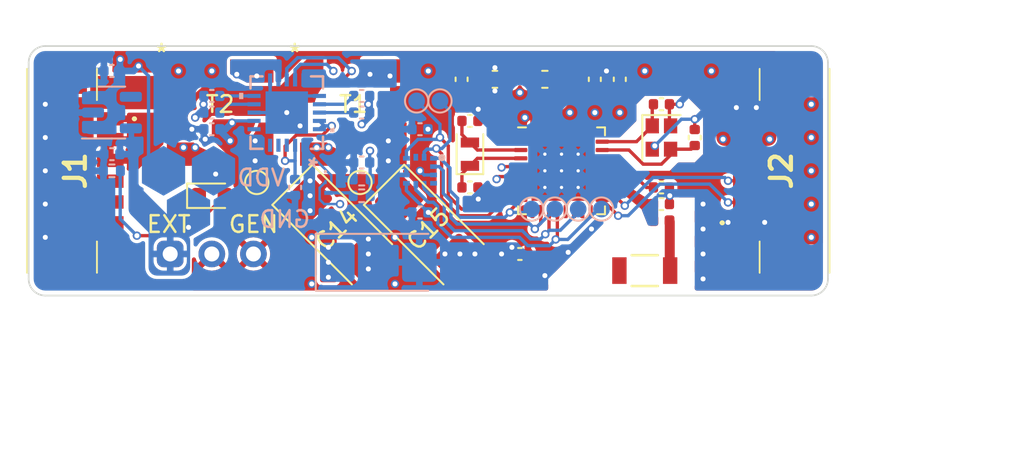
<source format=kicad_pcb>
(kicad_pcb (version 20221018) (generator pcbnew)
  (layers (0 "F.Cu" signal) (1 "In1.Cu" signal) (2 "In2.Cu" signal) (31 "B.Cu" signal) (34 "B.Paste" user) (35 "F.Paste" user) (36 "B.SilkS" user "B.Silkscreen") (37 "F.SilkS" user "F.Silkscreen") (38 "B.Mask" user) (39 "F.Mask" user) (44 "Edge.Cuts" user))
  (net 0 "")
  (net 1 "/IMU_MISO")
  (net 2 "/IMU_MOSI")
  (net 3 "VDD")
  (net 5 "/IMU_INT1")
  (net 6 "/IMU_INT2")
  (net 7 "GND")
  (net 8 "/~{IMU_CS}")
  (net 10 "/IMU_SCK")
  (net 11 "/ANT")
  (net 12 "/LTC_VAUX")
  (net 13 "/VDD_Gen")
  (net 14 "Net-(C6-Pad1)")
  (net 15 "/LTC_C1A")
  (net 16 "/LTC_C2A")
  (net 17 "/XC1")
  (net 18 "/XL1")
  (net 19 "/XC2")
  (net 20 "/XL2")
  (net 21 "Net-(C12-Pad1)")
  (net 22 "/LTC_C1B")
  (net 23 "/LTC_C2B")
  (net 24 "/V_STORE")
  (net 25 "/V_STORE_DIV")
  (net 26 "/DEC1")
  (net 27 "/DEC3")
  (net 28 "/DEC4")
  (net 29 "+3V3")
  (net 30 "/VDD_Ext")
  (net 31 "Net-(D1-K)")
  (net 32 "/+V_Stator")
  (net 33 "/-V_Stator")
  (net 36 "/SWDCLK")
  (net 37 "/SWDIO")
  (net 40 "Net-(L1-Pad2)")
  (net 41 "/DCC")
  (net 42 "Net-(L2-Pad2)")
  (net 43 "/DIV_EN")
  (net 44 "Net-(Q1-D)")
  (net 45 "/LTC_SWA")
  (net 46 "/LTC_SWB")
  (footprint "E-Tattoo_Parts:74488540070" (layer "F.Cu") (at 188.5 51.5)
    (fp_text reference "T2")
    (fp_text value "1:100")
  )
  (footprint "Capacitor_SMD:C_0402_1005Metric" (layer "F.Cu") (at 211 49.5 90)
    (fp_text reference "C23" hide)
    (fp_text value "1uF")
  )
  (footprint "Crystal:Crystal_SMD_2012-2Pin_2.0x1.2mm" (layer "F.Cu") (at 203.5 54 90)
    (fp_text reference "X2" hide)
    (fp_text value "32.768kHz")
  )
  (footprint "Package_DFN_QFN:QFN-32-1EP_5x5mm_P0.5mm_EP3.6x3.6mm_ThermalVias" (layer "F.Cu") (at 209 55)
    (fp_text reference "U3" hide)
    (fp_text value "nRF52811-QCxx")
  )
  (footprint "Capacitor_SMD:C_0402_1005Metric" (layer "F.Cu") (at 215 51 180)
    (fp_text reference "C10" hide)
    (fp_text value "12pF")
  )
  (footprint "TestPoint:TestPoint_Pad_D1.0mm" (layer "F.Cu") (at 196.9 55.7)
    (fp_text reference "TP7" hide)
    (fp_text value "VCAP")
  )
  (footprint "Capacitor_Tantalum_SMD:CP_EIA-6032-28_Kemet-C" (layer "F.Cu") (at 195.5 58.5 -45)
    (fp_text reference "C14")
    (fp_text value "100uF")
  )
  (footprint "Inductor_SMD:L_0402_1005Metric" (layer "F.Cu") (at 210 49.5 -90)
    (fp_text reference "L3" hide)
    (fp_text value "15nH")
  )
  (footprint "Capacitor_SMD:C_0402_1005Metric" (layer "F.Cu") (at 203.5 56 180)
    (fp_text reference "C11" hide)
    (fp_text value "12pF")
  )
  (footprint "E-Tattoo_Parts:SLW-913535-2A-RA-D" (layer "F.Cu") (at 188 60)
    (fp_text reference "SW1" hide)
    (fp_text value "SLW-913535-2A-RA-D")
  )
  (footprint "Capacitor_SMD:C_0402_1005Metric" (layer "F.Cu") (at 203 49.5 90)
    (fp_text reference "C21" hide)
    (fp_text value "100nF")
  )
  (footprint "Inductor_SMD:L_0603_1608Metric" (layer "F.Cu") (at 208 49.5)
    (fp_text reference "L2" hide)
    (fp_text value "10uH")
  )
  (footprint "Capacitor_SMD:C_0603_1608Metric" (layer "F.Cu") (at 205 49.5 180)
    (fp_text reference "C17" hide)
    (fp_text value "4.7uF")
  )
  (footprint "E-Tattoo_Parts:74488540070" (layer "F.Cu") (at 196.5 51.5)
    (fp_text reference "T1")
    (fp_text value "1:100")
  )
  (footprint "Capacitor_SMD:C_0402_1005Metric" (layer "F.Cu") (at 206.5 60 180)
    (fp_text reference "C18" hide)
    (fp_text value "100nF")
  )
  (footprint "Capacitor_Tantalum_SMD:CP_EIA-6032-28_Kemet-C" (layer "F.Cu") (at 201 58.5 -45)
    (fp_text reference "C15")
    (fp_text value "?")
  )
  (footprint "TestPoint:TestPoint_Pad_D1.0mm" (layer "F.Cu") (at 190.7 55.7)
    (fp_text reference "TP8" hide)
    (fp_text value "2V2_Gen")
  )
  (footprint "LED_SMD:LED_0603_1608Metric" (layer "F.Cu") (at 188 56.5)
    (fp_text reference "D1" hide)
    (fp_text value "LO Q976.01-P2R2-25-1")
  )
  (footprint "E-Tattoo_Parts:532610671" (layer "F.Cu") (at 179 55 -90)
    (fp_text reference "J1")
    (fp_text value "53261-0671" hide)
  )
  (footprint "Capacitor_SMD:C_0402_1005Metric" (layer "F.Cu") (at 203.5 52 180)
    (fp_text reference "C9" hide)
    (fp_text value "12pF")
  )
  (footprint "Capacitor_SMD:C_0402_1005Metric" (layer "F.Cu") (at 217 53 -90)
    (fp_text reference "C8" hide)
    (fp_text value "12pF")
  )
  (footprint "Inductor_SMD:L_0402_1005Metric" (layer "F.Cu") (at 215 58)
    (fp_text reference "L1" hide)
    (fp_text value "3.9nH")
  )
  (footprint "E-Tattoo_Parts:532610671" (layer "F.Cu") (at 223 55 90)
    (fp_text reference "J2")
    (fp_text value "53261-0671" hide)
  )
  (footprint "Capacitor_SMD:C_0402_1005Metric" (layer "F.Cu") (at 212.5 49.5 90)
    (fp_text reference "C19" hide)
    (fp_text value "100nF")
  )
  (footprint "Capacitor_SMD:C_0402_1005Metric" (layer "F.Cu") (at 215 56)
    (fp_text reference "C22" hide)
    (fp_text value "100pF")
  )
  (footprint "Capacitor_SMD:C_0402_1005Metric" (layer "F.Cu") (at 215 57)
    (fp_text reference "C3" hide)
    (fp_text value "0.8pF")
  )
  (footprint "Crystal:Crystal_SMD_2016-4Pin_2.0x1.6mm" (layer "F.Cu") (at 215 53 -90)
    (fp_text reference "X1" hide)
    (fp_text value "32MHz")
  )
  (footprint "E-Tattoo_Parts:2450AT18A100E_JOT" (layer "F.Cu") (at 214 61 180)
    (fp_text reference "U2" hide)
    (fp_text value "2450AT18A100E")
  )
  (footprint "TestPoint:TestPoint_Pad_D1.0mm" (layer "B.Cu") (at 200.3 50.8 -90)
    (fp_text reference "TP9" hide)
    (fp_text value "CS")
  )
  (footprint "E-Tattoo_Parts:Testpoint_Hex_D3.0" (layer "B.Cu") (at 188.1 55 180)
    (fp_text reference "TP3" hide)
    (fp_text value "VDD")
  )
  (footprint "E-Tattoo_Parts:Testpoint_Hex_D3.0" (layer "B.Cu") (at 185.1 55 180)
    (fp_text reference "TP1" hide)
    (fp_text value "3V3Ext")
  )
  (footprint "E-Tattoo_Parts:CSD23381F4" (layer "B.Cu") (at 195 56 -90)
    (fp_text reference "Q1" hide)
    (fp_text value "CSD23381F4" hide)
  )
  (footprint "Resistor_SMD:R_0402_1005Metric" (layer "B.Cu") (at 197 55.5 180)
    (fp_text reference "R2" hide)
    (fp_text value "5M")
  )
  (footprint "Capacitor_SMD:C_0402_1005Metric" (layer "B.Cu") (at 200.5 57.5 180)
    (fp_text reference "C1" hide)
    (fp_text value "100nF")
  )
  (footprint "Capacitor_SMD:C_0402_1005Metric" (layer "B.Cu") (at 197 50.5 180)
    (fp_text reference "C7" hide)
    (fp_text value "470pF")
  )
  (footprint "Capacitor_SMD:C_0402_1005Metric" (layer "B.Cu") (at 197 54.5 180)
    (fp_text reference "C20" hide)
    (fp_text value "10nF")
  )
  (footprint "Capacitor_SMD:C_0402_1005Metric" (layer "B.Cu") (at 200.5 52.5 180)
    (fp_text reference "C2" hide)
    (fp_text value "100nF")
  )
  (footprint "TestPoint:TestPoint_Pad_D1.0mm" (layer "B.Cu") (at 211.4 57.3 90)
    (fp_text reference "TP14" hide)
    (fp_text value "INT2")
  )
  (footprint "Capacitor_SMD:C_0402_1005Metric" (layer "B.Cu") (at 188 50.5)
    (fp_text reference "C13" hide)
    (fp_text value "470pF")
  )
  (footprint "Package_TO_SOT_SMD:SOT-23-5" (layer "B.Cu") (at 182 51.5)
    (fp_text reference "U4" hide)
    (fp_text value "TPS7A0222PDBVR")
  )
  (footprint "Capacitor_SMD:C_0402_1005Metric" (layer "B.Cu") (at 197 51.5 180)
    (fp_text reference "C6" hide)
    (fp_text value "1nF")
  )
  (footprint "Capacitor_Tantalum_SMD:CP_EIA-6032-28_Kemet-C" (layer "B.Cu") (at 198 60.5)
    (fp_text reference "C16" hide)
    (fp_text value "?")
  )
  (footprint "TestPoint:TestPoint_Pad_D1.0mm" (layer "B.Cu") (at 210 57.3 90)
    (fp_text reference "TP13" hide)
    (fp_text value "INT1")
  )
  (footprint "E-Tattoo_Parts:Testpoint_Hex_D3.0" (layer "B.Cu") (at 186.6 57.5 180)
    (fp_text reference "TP2" hide)
    (fp_text value "2V2Ext")
  )
  (footprint "TestPoint:TestPoint_Pad_D1.0mm" (layer "B.Cu") (at 201.7 50.8 -90)
    (fp_text reference "TP10" hide)
    (fp_text value "SCK")
  )
  (footprint "E-Tattoo_Parts:QFN-20_UF_LIT" (layer "B.Cu") (at 192.5 51.5 90)
    (fp_text reference "U1" hide)
    (fp_text value "LTC3109EUF-PBF")
  )
  (footprint "TestPoint:TestPoint_Pad_D1.0mm" (layer "B.Cu") (at 207.2 57.3 -90)
    (fp_text reference "TP11" hide)
    (fp_text value "MISO")
  )
  (footprint "Capacitor_SMD:C_0402_1005Metric" (layer "B.Cu") (at 188 52.5 180)
    (fp_text reference "C5" hide)
    (fp_text value "2.2uF")
  )
  (footprint "Capacitor_SMD:C_0402_1005Metric" (layer "B.Cu") (at 182 49 180)
    (fp_text reference "C24" hide)
    (fp_text value "1uF")
  )
  (footprint "E-Tattoo_Parts:BOSCH_LGA-12" (layer "B.Cu") (at 200.5 55 180)
    (fp_text reference "AC1" hide)
    (fp_text value "BMA400" hide)
  )
  (footprint "Resistor_SMD:R_0402_1005Metric" (layer "B.Cu") (at 182 55 180)
    (fp_text reference "R3" hide)
    (fp_text value "10")
  )
  (footprint "Resistor_SMD:R_0402_1005Metric" (layer "B.Cu") (at 197 56.5 180)
    (fp_text reference "R1" hide)
    (fp_text value "10M")
  )
  (footprint "E-Tattoo_Parts:Testpoint_Hex_D3.0" (layer "B.Cu") (at 189.6 57.5 180)
    (fp_text reference "TP4" hide)
    (fp_text value "GND")
  )
  (footprint "Capacitor_SMD:C_0402_1005Metric" (layer "B.Cu") (at 188 51.5)
    (fp_text reference "C12" hide)
    (fp_text value "1nF")
  )
  (footprint "Capacitor_SMD:C_0402_1005Metric" (layer "B.Cu") (at 193 56 -90)
    (fp_text reference "C4" hide)
    (fp_text value "1uF")
  )
  (footprint "Capacitor_SMD:C_0402_1005Metric" (layer "B.Cu") (at 182 54 180)
    (fp_text reference "C25" hide)
    (fp_text value "1uF")
  )
  (footprint "TestPoint:TestPoint_Pad_D1.0mm" (layer "B.Cu") (at 208.6 57.3 90)
    (fp_text reference "TP12" hide)
    (fp_text value "MOSI")
  )
  (gr_line (start 224.000001 62.499999) (end 178.000001 62.499999) (stroke (width 0.1)) (layer "Edge.Cuts"))
  (gr_line (start 178 47.5) (end 224 47.5) (stroke (width 0.1)) (layer "Edge.Cuts"))
  (gr_arc (start 177 48.5) (mid 177.292893 47.792893) (end 178 47.5) (stroke (width 0.1)) (layer "Edge.Cuts"))
  (gr_arc (start 224 47.5) (mid 224.707107 47.792893) (end 225 48.5) (stroke (width 0.1)) (layer "Edge.Cuts"))
  (gr_line (start 177 48.5) (end 177.000001 61.499999) (stroke (width 0.1)) (layer "Edge.Cuts"))
  (gr_arc (start 178.000001 62.499999) (mid 177.292894 62.207106) (end 177.000001 61.499999) (stroke (width 0.1)) (layer "Edge.Cuts"))
  (gr_line (start 225.000001 61.499999) (end 225 48.5) (stroke (width 0.1)) (layer "Edge.Cuts"))
  (gr_arc (start 225.000001 61.499999) (mid 224.707108 62.207106) (end 224.000001 62.499999) (stroke (width 0.1)) (layer "Edge.Cuts"))
  (gr_text "VDD" (at 192.5 56) (layer "B.SilkS") (effects (font (size 1 1)) (justify left bottom mirror)))
  (gr_text "GND" (at 194 58.5) (layer "B.SilkS") (effects (font (size 1 1)) (justify left bottom mirror)))
  (gr_text "GEN" (at 190.5 58.8) (layer "F.SilkS") (effects (font (size 1 1)) (justify bottom)))
  (gr_text "EXT" (at 184 58.8) (layer "F.SilkS") (effects (font (size 1 1)) (justify left bottom)))
  (segment (start 205.9 57.4) (end 206.55 56.75) (width 0.2) (layer "F.Cu") (net 1))
  (segment (start 205.9 57.5) (end 205.9 57.4) (width 0.2) (layer "F.Cu") (net 1))
  (via (at 205.9 57.5) (size 0.5) (drill 0.3) (layers "F.Cu" "B.Cu") (net 1))
  (segment (start 205.9 57.5) (end 205.6 57.8) (width 0.2) (layer "B.Cu") (net 1))
  (segment (start 201.715686 54.25) (end 201.315 54.25) (width 0.2) (layer "B.Cu") (net 1))
  (segment (start 202.3 54.834314) (end 201.715686 54.25) (width 0.2) (layer "B.Cu") (net 1))
  (segment (start 205.9 57.5) (end 207 57.5) (width 0.2) (layer "B.Cu") (net 1))
  (segment (start 202.3 56.19069) (end 202.3 54.834314) (width 0.2) (layer "B.Cu") (net 1))
  (segment (start 202.76 57.662942) (end 202.76 56.650691) (width 0.2) (layer "B.Cu") (net 1))
  (segment (start 202.897058 57.8) (end 202.76 57.662942) (width 0.2) (layer "B.Cu") (net 1))
  (segment (start 205.6 57.8) (end 202.897058 57.8) (width 0.2) (layer "B.Cu") (net 1))
  (segment (start 207 57.5) (end 207.2 57.3) (width 0.2) (layer "B.Cu") (net 1))
  (segment (start 202.76 56.650691) (end 202.3 56.19069) (width 0.2) (layer "B.Cu") (net 1))
  (segment (start 207.75 58.15) (end 207.4 58.5) (width 0.2) (layer "F.Cu") (net 2))
  (segment (start 207.75 57.45) (end 207.75 58.15) (width 0.2) (layer "F.Cu") (net 2))
  (via (at 207.4 58.5) (size 0.5) (drill 0.3) (layers "F.Cu" "B.Cu") (net 2))
  (segment (start 202.36 57.828628) (end 202.731372 58.2) (width 0.2) (layer "B.Cu") (net 2))
  (segment (start 201.315 54.75) (end 201.65 54.75) (width 0.2) (layer "B.Cu") (net 2))
  (segment (start 202.731372 58.2) (end 207.1 58.2) (width 0.2) (layer "B.Cu") (net 2))
  (segment (start 202.36 56.816376) (end 202.36 57.828628) (width 0.2) (layer "B.Cu") (net 2))
  (segment (start 201.9 56.356375) (end 202.36 56.816376) (width 0.2) (layer "B.Cu") (net 2))
  (segment (start 201.9 55) (end 201.9 56.356375) (width 0.2) (layer "B.Cu") (net 2))
  (segment (start 201.65 54.75) (end 201.9 55) (width 0.2) (layer "B.Cu") (net 2))
  (segment (start 207.4 58.5) (end 208.6 57.3) (width 0.2) (layer "B.Cu") (net 2))
  (segment (start 207.1 58.2) (end 207.4 58.5) (width 0.2) (layer "B.Cu") (net 2))
  (via (at 194 59) (size 0.5) (drill 0.3) (layers "F.Cu" "B.Cu") (net 3))
  (via (at 201 57.5) (size 0.5) (drill 0.3) (layers "F.Cu" "B.Cu") (net 3))
  (via (at 212.5 51.5) (size 0.5) (drill 0.3) (layers "F.Cu" "B.Cu") (net 3))
  (via (at 200.5 55) (size 0.5) (drill 0.3) (layers "F.Cu" "B.Cu") (net 3))
  (via (at 194 61.8) (size 0.5) (drill 0.3) (layers "F.Cu" "B.Cu") (net 3))
  (via (at 199 59) (size 0.5) (drill 0.3) (layers "F.Cu" "B.Cu") (net 3))
  (via (at 200.98 52.5) (size 0.5) (drill 0.3) (layers "F.Cu" "B.Cu") (net 3))
  (via (at 211 51.5) (size 0.5) (drill 0.3) (layers "F.Cu" "B.Cu") (net 3))
  (via (at 224 57) (size 0.5) (drill 0.3) (layers "F.Cu" "B.Cu") (net 3))
  (via (at 224 55) (size 0.5) (drill 0.3) (layers "F.Cu" "B.Cu") (net 3))
  (via (at 224 59) (size 0.5) (drill 0.3) (layers "F.Cu" "B.Cu") (net 3))
  (via (at 206.8 51.8) (size 0.5) (drill 0.3) (layers "F.Cu" "B.Cu") (net 3))
  (via (at 188.230053 55.197198) (size 0.5) (drill 0.3) (layers "F.Cu" "B.Cu") (net 3))
  (via (at 224 51) (size 0.5) (drill 0.3) (layers "F.Cu" "B.Cu") (net 3))
  (via (at 224 53) (size 0.5) (drill 0.3) (layers "F.Cu" "B.Cu") (net 3))
  (via (at 209.5 51.5) (size 0.5) (drill 0.3) (layers "F.Cu" "B.Cu") (net 3))
  (via (at 206.5 50.3) (size 0.5) (drill 0.3) (layers "F.Cu" "B.Cu") (net 3))
  (via (at 199 61.8) (size 0.5) (drill 0.3) (layers "F.Cu" "B.Cu") (net 3))
  (segment (start 200.98 57.49) (end 201 57.5) (width 0.2) (layer "B.Cu") (net 3))
  (segment (start 201.315 55.25) (end 200.75 55.25) (width 0.2) (layer "B.Cu") (net 3))
  (segment (start 199.685 56.195) (end 200.98 57.49) (width 0.2) (layer "B.Cu") (net 3))
  (segment (start 199.685 55.75) (end 199.685 56.195) (width 0.2) (layer "B.Cu") (net 3))
  (segment (start 200.75 55.25) (end 200.5 55) (width 0.2) (layer "B.Cu") (net 3))
  (segment (start 201 57.5) (end 200.98 57.5) (width 0.2) (layer "B.Cu") (net 3))
  (segment (start 208.25 57.45) (end 208.25 58.588481) (width 0.2) (layer "F.Cu") (net 5))
  (segment (start 208.25 58.588481) (end 208.025654 58.812827) (width 0.2) (layer "F.Cu") (net 5))
  (via (at 208.025654 58.812827) (size 0.5) (drill 0.3) (layers "F.Cu" "B.Cu") (net 5))
  (segment (start 207.738481 59.1) (end 208.025654 58.812827) (width 0.2) (layer "B.Cu") (net 5))
  (segment (start 208.924346 58.575654) (end 210 57.5) (width 0.2) (layer "B.Cu") (net 5))
  (segment (start 210 57.5) (end 210 57.3) (width 0.2) (layer "B.Cu") (net 5))
  (segment (start 201.46794 56.49) (end 201.96 56.982061) (width 0.2) (layer "B.Cu") (net 5))
  (segment (start 200.75 55.815) (end 200.75 56.084314) (width 0.2) (layer "B.Cu") (net 5))
  (segment (start 201.96 56.982061) (end 201.96 57.994314) (width 0.2) (layer "B.Cu") (net 5))
  (segment (start 208.025654 58.812827) (end 208.262827 58.575654) (width 0.2) (layer "B.Cu") (net 5))
  (segment (start 201.155686 56.49) (end 201.46794 56.49) (width 0.2) (layer "B.Cu") (net 5))
  (segment (start 201.96 57.994314) (end 202.565686 58.6) (width 0.2) (layer "B.Cu") (net 5))
  (segment (start 202.565686 58.6) (end 206.643503 58.6) (width 0.2) (layer "B.Cu") (net 5))
  (segment (start 207.143504 59.1) (end 207.738481 59.1) (width 0.2) (layer "B.Cu") (net 5))
  (segment (start 208.262827 58.575654) (end 208.924346 58.575654) (width 0.2) (layer "B.Cu") (net 5))
  (segment (start 200.75 56.084314) (end 201.155686 56.49) (width 0.2) (layer "B.Cu") (net 5))
  (segment (start 206.643503 58.6) (end 207.143504 59.1) (width 0.2) (layer "B.Cu") (net 5))
  (segment (start 208.75 57.45) (end 208.75 59.026962) (width 0.2) (layer "F.Cu") (net 6))
  (segment (start 208.75 59.026962) (end 208.651308 59.125654) (width 0.2) (layer "F.Cu") (net 6))
  (via (at 208.651308 59.125654) (size 0.5) (drill 0.3) (layers "F.Cu" "B.Cu") (net 6))
  (segment (start 211.2 57.3) (end 211.4 57.3) (width 0.2) (layer "B.Cu") (net 6))
  (segment (start 200.25 56.15) (end 200.99 56.89) (width 0.2) (layer "B.Cu") (net 6))
  (segment (start 200.99 56.89) (end 201.302254 56.89) (width 0.2) (layer "B.Cu") (net 6))
  (segment (start 201.56 58.16) (end 202.4 59) (width 0.2) (layer "B.Cu") (net 6))
  (segment (start 201.56 57.147746) (end 201.56 58.16) (width 0.2) (layer "B.Cu") (net 6))
  (segment (start 208.276962 59.5) (end 208.651308 59.125654) (width 0.2) (layer "B.Cu") (net 6))
  (segment (start 202.4 59) (end 206.477818 59) (width 0.2) (layer "B.Cu") (net 6))
  (segment (start 209.374346 59.125654) (end 211.2 57.3) (width 0.2) (layer "B.Cu") (net 6))
  (segment (start 206.477818 59) (end 206.977818 59.5) (width 0.2) (layer "B.Cu") (net 6))
  (segment (start 201.302254 56.89) (end 201.56 57.147746) (width 0.2) (layer "B.Cu") (net 6))
  (segment (start 200.25 55.815) (end 200.25 56.15) (width 0.2) (layer "B.Cu") (net 6))
  (segment (start 208.651308 59.125654) (end 209.374346 59.125654) (width 0.2) (layer "B.Cu") (net 6))
  (segment (start 206.977818 59.5) (end 208.276962 59.5) (width 0.2) (layer "B.Cu") (net 6))
  (segment (start 203.98 56.68) (end 204 56.7) (width 0.2) (layer "F.Cu") (net 7))
  (segment (start 211.72 49.02) (end 211.7 49) (width 0.4) (layer "F.Cu") (net 7))
  (segment (start 203 49.02) (end 203.745 49.02) (width 0.4) (layer "F.Cu") (net 7))
  (segment (start 211.45 55.25) (end 210.25 55.25) (width 0.2) (layer "F.Cu") (net 7))
  (segment (start 217 52.52) (end 217 51.9) (width 0.2) (layer "F.Cu") (net 7))
  (segment (start 221.175 58.125) (end 221.2 58.1) (width 0.4) (layer "F.Cu") (net 7))
  (segment (start 215.48 56.52) (end 215.5 56.5) (width 0.4) (layer "F.Cu") (net 7))
  (segment (start 210.25 55.25) (end 210 55) (width 0.2) (layer "F.Cu") (net 7))
  (segment (start 203.745 49.02) (end 204.225 49.5) (width 0.4) (layer "F.Cu") (net 7))
  (segment (start 220.1 58.125) (end 221.175 58.125) (width 0.4) (layer "F.Cu") (net 7))
  (segment (start 204.225 49.5) (end 204.3 49.5) (width 0.4) (layer "F.Cu") (net 7))
  (segment (start 212.5 49.02) (end 211.72 49.02) (width 0.4) (layer "F.Cu") (net 7))
  (segment (start 215.48 57) (end 215.48 56.52) (width 0.4) (layer "F.Cu") (net 7))
  (segment (start 211.68 49.02) (end 211.7 49) (width 0.4) (layer "F.Cu") (net 7))
  (segment (start 215.48 56.48) (end 215.48 56) (width 0.4) (layer "F.Cu") (net 7))
  (segment (start 211 49.02) (end 211.68 49.02) (width 0.4) (layer "F.Cu") (net 7))
  (segment (start 203.98 56) (end 203.98 56.68) (width 0.2) (layer "F.Cu") (net 7))
  (segment (start 204.3 49.5) (end 205 48.8) (width 0.4) (layer "F.Cu") (net 7))
  (segment (start 208.75 53.75) (end 209 54) (width 0.2) (layer "F.Cu") (net 7))
  (segment (start 206.02 60) (end 205.4 60) (width 0.4) (layer "F.Cu") (net 7))
  (segment (start 220.1 51.875) (end 220.1 51.8) (width 0.4) (layer "F.Cu") (net 7))
  (segment (start 220.1 58.125) (end 219.025 58.125) (width 0.4) (layer "F.Cu") (net 7))
  (segment (start 215.48 51) (end 216.1 51) (width 0.2) (layer "F.Cu") (net 7))
  (segment (start 203.98 51.32) (end 204 51.3) (width 0.2) (layer "F.Cu") (net 7))
  (segment (start 215.5 56.5) (end 215.48 56.48) (width 0.4) (layer "F.Cu") (net 7))
  (segment (start 220.1 51.8) (end 220.7 51.2) (width 0.4) (layer "F.Cu") (net 7))
  (segment (start 215.48 52.23) (end 215.48 51) (width 0.2) (layer "F.Cu") (net 7))
  (segment (start 204.3 49.5) (end 205 50.2) (width 0.4) (layer "F.Cu") (net 7))
  (segment (start 206.02 59.6) (end 206.02 60) (width 0.4) (layer "F.Cu") (net 7))
  (segment (start 208.75 52.55) (end 208.75 53.75) (width 0.2) (layer "F.Cu") (net 7))
  (segment (start 215.55 52.3) (end 215.48 52.23) (width 0.2) (layer "F.Cu") (net 7))
  (segment (start 203.98 52) (end 203.98 51.32) (width 0.2) (layer "F.Cu") (net 7))
  (segment (start 220.1 51.8) (end 219.5 51.2) (width 0.4) (layer "F.Cu") (net 7))
  (segment (start 219.025 58.125) (end 219 58.1) (width 0.4) (layer "F.Cu") (net 7))
  (via (at 178 51) (size 0.5) (drill 0.3) (layers "F.Cu" "B.Cu") (net 7))
  (via (at 217.5 57) (size 0.5) (drill 0.3) (layers "F.Cu" "B.Cu") (net 7))
  (via (at 214.6 53.5) (size 0.5) (drill 0.3) (layers "F.Cu" "B.Cu") (net 7))
  (via (at 178 57) (size 0.5) (drill 0.3) (layers "F.Cu" "B.Cu") (net 7))
  (via (at 210.8 58.5) (size 0.5) (drill 0.3) (layers "F.Cu" "B.Cu") (net 7))
  (via (at 190.6 54.4) (size 0.5) (drill 0.3) (layers "F.Cu" "B.Cu") (net 7))
  (via (at 217.5 60) (size 0.5) (drill 0.3) (layers "F.Cu" "B.Cu") (net 7))
  (via (at 178 59) (size 0.5) (drill 0.3) (layers "F.Cu" "B.Cu") (net 7))
  (via (at 206.02 59.6) (size 0.5) (drill 0.3) (layers "F.Cu" "B.Cu") (net 7))
  (via (at 219 58.1) (size 0.5) (drill 0.3) (layers "F.Cu" "B.Cu") (net 7))
  (via (at 197.4 60) (size 0.5) (drill 0.3) (layers "F.Cu" "B.Cu") (net 7))
  (via (at 192.5 51.5) (size 0.5) (drill 0.3) (layers "F.Cu" "B.Cu") (net 7))
  (via (at 204 51.3) (size 0.5) (drill 0.3) (layers "F.Cu" "B.Cu") (net 7))
  (via (at 217.5 61.5) (size 0.5) (drill 0.3) (layers "F.Cu" "B.Cu") (net 7))
  (via (at 197.4 60.9) (size 0.5) (drill 0.3) (layers "F.Cu" "B.Cu") (net 7))
  (via (at 204 56.7) (size 0.5) (drill 0.3) (layers "F.Cu" "B.Cu") (net 7))
  (via (at 208 61.3) (size 0.5) (drill 0.3) (layers "F.Cu" "B.Cu") (net 7))
  (via (at 198.6 53.2) (size 0.5) (drill 0.3) (layers "F.Cu" "B.Cu") (net 7))
  (via (at 203.8 60) (size 0.5) (drill 0.3) (layers "F.Cu" "B.Cu") (net 7))
  (via (at 205 48.8) (size 0.5) (drill 0.3) (layers "F.Cu" "B.Cu") (net 7))
  (via (at 215.5 56.5) (size 0.5) (drill 0.3) (layers "F.Cu" "B.Cu") (net 7))
  (via (at 205 50.2) (size 0.5) (drill 0.3) (layers "F.Cu" "B.Cu") (net 7))
  (via (at 216.1 51) (size 0.5) (drill 0.3) (layers "F.Cu" "B.Cu") (net 7))
  (via (at 178 53) (size 0.5) (drill 0.3) (layers "F.Cu" "B.Cu") (net 7))
  (via (at 197.4 59.1) (size 0.5) (drill 0.3) (layers "F.Cu" "B.Cu") (net 7))
  (via (at 190.6 53.2) (size 0.5) (drill 0.3) (layers "F.Cu" "B.Cu") (net 7))
  (via (at 198.6 54.4) (size 0.5) (drill 0.3) (layers "F.Cu" "B.Cu") (net 7))
  (via (at 193.3 52.3) (size 0.5) (drill 0.3) (layers "F.Cu" "B.Cu") (net 7))
  (via (at 217 51.9) (size 0.5) (drill 0.3) (layers "F.Cu" "B.Cu") (net 7))
  (via (at 186.8 52.5) (size 0.5) (drill 0.3) (layers "F.Cu" "B.Cu") (net 7))
  (via (at 209.4 59.9) (size 0.5) (drill 0.3) (layers "F.Cu" "B.Cu") (net 7))
  (via (at 220.7 51.2) (size 0.5) (drill 0.3) (layers "F.Cu" "B.Cu") (net 7))
  (via (at 202 60) (size 0.5) (drill 0.3) (layers "F.Cu" "B.Cu") (net 7))
  (via (at 211.7 49) (size 0.5) (drill 0.3) (layers "F.Cu" "B.Cu") (net 7))
  (via (at 202.9 60) (size 0.5) (drill 0.3) (layers "F.Cu" "B.Cu") (net 7))
  (via (at 205.4 60) (size 0.5) (drill 0.3) (layers "F.Cu" "B.Cu") (net 7))
  (via (at 217.5 58.5) (size 0.5) (drill 0.3) (layers "F.Cu" "B.Cu") (net 7))
  (via (at 219.5 51.2) (size 0.5) (drill 0.3) (layers "F.Cu" "B.Cu") (net 7))
  (via (at 221.2 58.1) (size 0.5) (drill 0.3) (layers "F.Cu" "B.Cu") (net 7))
  (via (at 187.6 53.1) (size 0.5) (drill 0.3) (layers "F.Cu" "B.Cu") (net 7))
  (via (at 178 55) (size 0.5) (drill 0.3) (layers "F.Cu" "B.Cu") (net 7))
  (segment (start 216.2 51.9) (end 217 51.9) (width 0.2) (layer "B.Cu") (net 7))
  (segment (start 193.500001 50.499999) (end 192.5 51.5) (width 0.2) (layer "B.Cu") (net 7))
  (segment (start 191.499999 50.499999) (end 191.499999 49.537601) (width 0.2) (layer "B.Cu") (net 7))
  (segment (start 192.5 51.5) (end 191.499999 50.499999) (width 0.2) (layer "B.Cu") (net 7))
  (segment (start 217 51.9) (end 217.1 51.9) (width 0.4) (layer "B.Cu") (net 7))
  (segment (start 190.537601 51.5) (end 192.5 51.5) (width 0.2) (layer "B.Cu") (net 7))
  (segment (start 216.1 50.9) (end 216.5 50.5) (width 0.4) (layer "B.Cu") (net 7))
  (segment (start 217.1 51.9) (end 217.5 51.5) (width 0.4) (layer "B.Cu") (net 7))
  (segment (start 194.462399 50.499999) (end 193.500001 50.499999) (width 0.2) (layer "B.Cu") (net 7))
  (segment (start 216.1 51) (end 216.1 50.9) (width 0.4) (layer "B.Cu") (net 7))
  (segment (start 214.6 53.5) (end 216.2 51.9) (width 0.2) (layer "B.Cu") (net 7))
  (segment (start 205.95 55.75) (end 206.55 55.75) (width 0.2) (layer "F.Cu") (net 8))
  (segment (start 202.2 56.5) (end 203 57.3) (width 0.2) (layer "F.Cu") (net 8))
  (segment (start 202.2 53.5) (end 202.2 56.5) (width 0.2) (layer "F.Cu") (net 8))
  (segment (start 201.701636 52.995025) (end 201.701636 53.001636) (width 0.2) (layer "F.Cu") (net 8))
  (segment (start 201.701636 53.001636) (end 202.2 53.5) (width 0.2) (layer "F.Cu") (net 8))
  (segment (start 203 57.3) (end 204.4 57.3) (width 0.2) (layer "F.Cu") (net 8))
  (segment (start 204.4 57.3) (end 205.95 55.75) (width 0.2) (layer "F.Cu") (net 8))
  (via (at 201.701636 52.995025) (size 0.5) (drill 0.3) (layers "F.Cu" "B.Cu") (net 8))
  (segment (start 201.701636 52.201636) (end 200.3 50.8) (width 0.2) (layer "B.Cu") (net 8))
  (segment (start 201.586661 53.11) (end 200.38 53.11) (width 0.2) (layer "B.Cu") (net 8))
  (segment (start 199.685 53.805) (end 199.685 54.25) (width 0.2) (layer "B.Cu") (net 8))
  (segment (start 200.38 53.11) (end 199.685 53.805) (width 0.2) (layer "B.Cu") (net 8))
  (segment (start 201.701636 52.995025) (end 201.586661 53.11) (width 0.2) (layer "B.Cu") (net 8))
  (segment (start 201.701636 52.995025) (end 201.701636 52.201636) (width 0.2) (layer "B.Cu") (net 8))
  (segment (start 201.8 53.976442) (end 201.8 56.665686) (width 0.2) (layer "F.Cu") (net 10))
  (segment (start 204.6 57.7) (end 206.05 56.25) (width 0.2) (layer "F.Cu") (net 10))
  (segment (start 201.483058 53.6595) (end 201.8 53.976442) (width 0.2) (layer "F.Cu") (net 10))
  (segment (start 202.834315 57.7) (end 204.6 57.7) (width 0.2) (layer "F.Cu") (net 10))
  (segment (start 206.05 56.25) (end 206.55 56.25) (width 0.2) (layer "F.Cu") (net 10))
  (segment (start 201.8 56.665686) (end 202.834315 57.7) (width 0.2) (layer "F.Cu") (net 10))
  (via (at 201.483058 53.6595) (size 0.5) (drill 0.3) (layers "F.Cu" "B.Cu") (net 10))
  (segment (start 202.3 51.4) (end 201.7 50.8) (width 0.2) (layer "B.Cu") (net 10))
  (segment (start 200.75 53.87) (end 200.75 54.185) (width 0.2) (layer "B.Cu") (net 10))
  (segment (start 201.483058 53.6595) (end 201.442558 53.7) (width 0.2) (layer "B.Cu") (net 10))
  (segment (start 200.92 53.7) (end 200.75 53.87) (width 0.2) (layer "B.Cu") (net 10))
  (segment (start 202.3 53.174479) (end 202.3 51.4) (width 0.2) (layer "B.Cu") (net 10))
  (segment (start 201.483058 53.6595) (end 201.814979 53.6595) (width 0.2) (layer "B.Cu") (net 10))
  (segment (start 201.442558 53.7) (end 200.92 53.7) (width 0.2) (layer "B.Cu") (net 10))
  (segment (start 201.814979 53.6595) (end 202.3 53.174479) (width 0.2) (layer "B.Cu") (net 10))
  (segment (start 192.4 54.4) (end 192.4 53.522182) (width 0.2) (layer "F.Cu") (net 12))
  (segment (start 194.65 52.85) (end 195.2 52.3) (width 0.2) (layer "F.Cu") (net 12))
  (segment (start 192.4 53.522182) (end 193.072182 52.85) (width 0.2) (layer "F.Cu") (net 12))
  (segment (start 193.072182 52.85) (end 194.65 52.85) (width 0.2) (layer "F.Cu") (net 12))
  (via (at 192.4 54.4) (size 0.5) (drill 0.3) (layers "F.Cu" "B.Cu") (net 12))
  (via (at 195.2 52.3) (size 0.5) (drill 0.3) (layers "F.Cu" "B.Cu") (net 12))
  (segment (start 194.7624 52.3) (end 194.462399 51.999999) (width 0.2) (layer "B.Cu") (net 12))
  (segment (start 195.2 52.3) (end 194.7624 52.3) (width 0.2) (layer "B.Cu") (net 12))
  (segment (start 194.6624 52.3) (end 194.462399 52.500001) (width 0.2) (layer "B.Cu") (net 12))
  (segment (start 192.999999 54.4) (end 192.4 54.4) (width 0.2) (layer "B.Cu") (net 12))
  (segment (start 195.2 52.3) (end 194.6624 52.3) (width 0.2) (layer "B.Cu") (net 12))
  (segment (start 192.999999 54.4) (end 193 55.52) (width 0.2) (layer "B.Cu") (net 12))
  (segment (start 192.999999 53.462399) (end 192.999999 54.4) (width 0.2) (layer "B.Cu") (net 12))
  (via (at 189.214049 52.110416) (size 0.5) (drill 0.3) (layers "F.Cu" "B.Cu") (net 13))
  (via (at 189.1 53.2) (size 0.5) (drill 0.3) (layers "F.Cu" "B.Cu") (net 13))
  (segment (start 188.48 52.5) (end 188.48 52.58) (width 0.4) (layer "B.Cu") (net 13))
  (segment (start 188.48 52.58) (end 189.1 53.2) (width 0.4) (layer "B.Cu") (net 13))
  (segment (start 188.824465 52.5) (end 189.214049 52.110416) (width 0.4) (layer "B.Cu") (net 13))
  (segment (start 190.537601 51.999999) (end 189.324466 51.999999) (width 0.2) (layer "B.Cu") (net 13))
  (segment (start 188.48 52.5) (end 188.824465 52.5) (width 0.4) (layer "B.Cu") (net 13))
  (segment (start 189.324466 51.999999) (end 189.214049 52.110416) (width 0.2) (layer "B.Cu") (net 13))
  (via (at 197 52.2) (size 0.5) (drill 0.3) (layers "F.Cu" "B.Cu") (net 14))
  (via (at 197.4 51) (size 0.5) (drill 0.3) (layers "F.Cu" "B.Cu") (net 14))
  (via (at 194.3 53.6) (size 0.5) (drill 0.3) (layers "F.Cu" "B.Cu") (net 14))
  (via (at 195 53.6) (size 0.5) (drill 0.3) (layers "F.Cu" "B.Cu") (net 14))
  (segment (start 197.48 51.08) (end 197.48 51.5) (width 0.4) (layer "B.Cu") (net 14))
  (segment (start 197.48 50.92) (end 197.4 51) (width 0.4) (layer "B.Cu") (net 14))
  (segment (start 197.48 50.5) (end 197.48 50.92) (width 0.4) (layer "B.Cu") (net 14))
  (segment (start 197.48 51.72) (end 197 52.2) (width 0.4) (layer "B.Cu") (net 14))
  (segment (start 197.48 51.5) (end 197.48 51.72) (width 0.4) (layer "B.Cu") (net 14))
  (segment (start 197.4 51) (end 197.48 51.08) (width 0.4) (layer "B.Cu") (net 14))
  (segment (start 194.462399 51.5) (end 196.52 51.5) (width 0.2) (layer "B.Cu") (net 15))
  (segment (start 194.462399 51.000001) (end 196.019999 51.000001) (width 0.2) (layer "B.Cu") (net 16))
  (segment (start 196.019999 51.000001) (end 196.52 50.5) (width 0.2) (layer "B.Cu") (net 16))
  (segment (start 216.78 53.7) (end 217 53.48) (width 0.2) (layer "F.Cu") (net 17))
  (segment (start 215.55 53.7) (end 216.78 53.7) (width 0.2) (layer "F.Cu") (net 17))
  (segment (start 215 54.6) (end 215.55 54.05) (width 0.2) (layer "F.Cu") (net 17))
  (segment (start 211.45 53.75) (end 213.05 53.75) (width 0.2) (layer "F.Cu") (net 17))
  (segment (start 213.9 54.6) (end 215 54.6) (width 0.2) (layer "F.Cu") (net 17))
  (segment (start 215.55 54.05) (end 215.55 53.7) (width 0.2) (layer "F.Cu") (net 17))
  (segment (start 213.05 53.75) (end 213.9 54.6) (width 0.2) (layer "F.Cu") (net 17))
  (segment (start 203.95 53.75) (end 203.5 53.3) (width 0.2) (layer "F.Cu") (net 18))
  (segment (start 206.55 53.75) (end 203.95 53.75) (width 0.2) (layer "F.Cu") (net 18))
  (segment (start 203.02 52.82) (end 203.02 52) (width 0.2) (layer "F.Cu") (net 18))
  (segment (start 203.5 53.3) (end 203.02 52.82) (width 0.2) (layer "F.Cu") (net 18))
  (segment (start 213.5 53.25) (end 214.45 52.3) (width 0.2) (layer "F.Cu") (net 19))
  (segment (start 211.45 53.25) (end 213.5 53.25) (width 0.2) (layer "F.Cu") (net 19))
  (segment (start 214.45 51.07) (end 214.52 51) (width 0.2) (layer "F.Cu") (net 19))
  (segment (start 214.45 52.3) (end 214.45 51.07) (width 0.2) (layer "F.Cu") (net 19))
  (segment (start 203.5 54.7) (end 203.02 55.18) (width 0.2) (layer "F.Cu") (net 20))
  (segment (start 203.02 55.18) (end 203.02 56) (width 0.2) (layer "F.Cu") (net 20))
  (segment (start 203.95 54.25) (end 203.5 54.7) (width 0.2) (layer "F.Cu") (net 20))
  (segment (start 206.55 54.25) (end 203.95 54.25) (width 0.2) (layer "F.Cu") (net 20))
  (via (at 187.5 51) (size 0.5) (drill 0.3) (layers "F.Cu" "B.Cu") (net 21))
  (via (at 187 51.8) (size 0.5) (drill 0.3) (layers "F.Cu" "B.Cu") (net 21))
  (via (at 186.3 53.6) (size 0.5) (drill 0.3) (layers "F.Cu" "B.Cu") (net 21))
  (via (at 187 53.6) (size 0.5) (drill 0.3) (layers "F.Cu" "B.Cu") (net 21))
  (segment (start 187.52 51.02) (end 187.52 51.5) (width 0.4) (layer "B.Cu") (net 21))
  (segment (start 187.52 50.5) (end 187.52 50.98) (width 0.4) (layer "B.Cu") (net 21))
  (segment (start 187.3 51.5) (end 187 51.8) (width 0.4) (layer "B.Cu") (net 21))
  (segment (start 187.5 51) (end 187.52 51.02) (width 0.4) (layer "B.Cu") (net 21))
  (segment (start 187.52 50.98) (end 187.5 51) (width 0.4) (layer "B.Cu") (net 21))
  (segment (start 187.52 51.5) (end 187.3 51.5) (width 0.4) (layer "B.Cu") (net 21))
  (segment (start 188.979999 51.000001) (end 190.537601 51.000001) (width 0.2) (layer "B.Cu") (net 22))
  (segment (start 188.48 51.5) (end 188.979999 51.000001) (width 0.2) (layer "B.Cu") (net 22))
  (segment (start 188.48 50.5) (end 190.537601 50.499999) (width 0.2) (layer "B.Cu") (net 23))
  (segment (start 199.25875 56.75875) (end 198.1 55.6) (width 0.4) (layer "F.Cu") (net 24))
  (segment (start 193.9 56.5) (end 194.1 56.5) (width 0.4) (layer "F.Cu") (net 24))
  (segment (start 198.1175 57.9) (end 198 57.9) (width 0.4) (layer "F.Cu") (net 24))
  (segment (start 194.1 56.5) (end 195 55.6) (width 0.4) (layer "F.Cu") (net 24))
  (segment (start 199.25875 56.75875) (end 198.1175 57.9) (width 0.4) (layer "F.Cu") (net 24))
  (via (at 195 59.6) (size 0.5) (drill 0.3) (layers "F.Cu" "B.Cu") (net 24))
  (via (at 195 61.4) (size 0.5) (drill 0.3) (layers "F.Cu" "B.Cu") (net 24))
  (via (at 193.9 55.6) (size 0.5) (drill 0.3) (layers "F.Cu" "B.Cu") (net 24))
  (via (at 195 60.5) (size 0.5) (drill 0.3) (layers "F.Cu" "B.Cu") (net 24))
  (via (at 193.9 57.4) (size 0.5) (drill 0.3) (layers "F.Cu" "B.Cu") (net 24))
  (via (at 193.9 56.5) (size 0.5) (drill 0.3) (layers "F.Cu" "B.Cu") (net 24))
  (segment (start 195.175 55.275) (end 194 54.1) (width 0.15) (layer "B.Cu") (net 24))
  (segment (start 195.175 55.675) (end 195.175 55.275) (width 0.15) (layer "B.Cu") (net 24))
  (segment (start 206.55 54.75) (end 205.45 54.75) (width 0.2) (layer "F.Cu") (net 25))
  (segment (start 205.45 54.75) (end 205.4 54.8) (width 0.2) (layer "F.Cu") (net 25))
  (via (at 205.4 54.8) (size 0.5) (drill 0.3) (layers "F.Cu" "B.Cu") (net 25))
  (via (at 197.5 53.8) (size 0.5) (drill 0.3) (layers "F.Cu" "B.Cu") (net 25))
  (segment (start 197.48 53.82) (end 197.5 53.8) (width 0.2) (layer "B.Cu") (net 25))
  (segment (start 197.51 55.5) (end 197.51 54.53) (width 0.2) (layer "B.Cu") (net 25))
  (segment (start 197.48 54.5) (end 197.48 53.82) (width 0.2) (layer "B.Cu") (net 25))
  (segment (start 197.51 56.5) (end 197.51 55.5) (width 0.2) (layer "B.Cu") (net 25))
  (segment (start 197.51 54.53) (end 197.48 54.5) (width 0.2) (layer "B.Cu") (net 25))
  (segment (start 203.72 50.7) (end 204.4 50.7) (width 0.2) (layer "F.Cu") (net 26))
  (segment (start 203 49.98) (end 203.72 50.7) (width 0.2) (layer "F.Cu") (net 26))
  (segment (start 204.4 50.7) (end 206.55 52.85) (width 0.2) (layer "F.Cu") (net 26))
  (segment (start 206.55 52.85) (end 206.55 53.25) (width 0.2) (layer "F.Cu") (net 26))
  (segment (start 214.1 56) (end 214.52 56) (width 0.2) (layer "F.Cu") (net 27))
  (segment (start 212.35 54.25) (end 214.1 56) (width 0.2) (layer "F.Cu") (net 27))
  (segment (start 211.45 54.25) (end 212.35 54.25) (width 0.2) (layer "F.Cu") (net 27))
  (segment (start 208.25 51.735) (end 210 49.985) (width 0.2) (layer "F.Cu") (net 28))
  (segment (start 208.25 52.55) (end 208.25 51.735) (width 0.2) (layer "F.Cu") (net 28))
  (segment (start 210 49.985) (end 210.995 49.985) (width 0.2) (layer "F.Cu") (net 28))
  (segment (start 210.995 49.985) (end 211 49.98) (width 0.2) (layer "F.Cu") (net 28))
  (via (at 201 49) (size 0.5) (drill 0.3) (layers "F.Cu" "B.Cu") (net 29))
  (via (at 182.5 48.3) (size 0.5) (drill 0.3) (layers "F.Cu" "B.Cu") (net 29))
  (via (at 214 49) (size 0.5) (drill 0.3) (layers "F.Cu" "B.Cu") (net 29))
  (via (at 218.7 53.1) (size 0.5) (drill 0.3) (layers "F.Cu" "B.Cu") (net 29))
  (via (at 188 49) (size 0.5) (drill 0.3) (layers "F.Cu" "B.Cu") (net 29))
  (via (at 218 49) (size 0.5) (drill 0.3) (layers "F.Cu" "B.Cu") (net 29))
  (via (at 221.5 53.1) (size 0.5) (drill 0.3) (layers "F.Cu" "B.Cu") (net 29))
  (via (at 183.6 48.7) (size 0.5) (drill 0.3) (layers "F.Cu" "B.Cu") (net 29))
  (segment (start 185.1 55) (end 184.2 54.1) (width 0.2) (layer "B.Cu") (net 29))
  (segment (start 182.48 49) (end 183.3 49) (width 0.4) (layer "B.Cu") (net 29))
  (segment (start 184.2 49.3) (end 183.6 48.7) (width 0.2) (layer "B.Cu") (net 29))
  (segment (start 183.3 49) (end 183.6 48.7) (width 0.4) (layer "B.Cu") (net 29))
  (segment (start 182.48 48.32) (end 182.5 48.3) (width 0.4) (layer "B.Cu") (net 29))
  (segment (start 184.2 54.1) (end 184.2 49.3) (width 0.2) (layer "B.Cu") (net 29))
  (segment (start 182.48 49) (end 182.48 48.32) (width 0.4) (layer "B.Cu") (net 29))
  (segment (start 186.8875 58.4) (end 186.6 58.4) (width 0.2) (layer "F.Cu") (net 30))
  (segment (start 188.7875 56.5) (end 186.8875 58.4) (width 0.2) (layer "F.Cu") (net 30))
  (via (at 186.6 58.4) (size 0.5) (drill 0.3) (layers "F.Cu" "B.Cu") (net 30))
  (segment (start 184.8 58.9) (end 183.5 58.9) (width 0.2) (layer "F.Cu") (net 31))
  (segment (start 187.2 56.5) (end 184.8 58.9) (width 0.2) (layer "F.Cu") (net 31))
  (segment (start 187.2125 56.5) (end 187.2 56.5) (width 0.2) (layer "F.Cu") (net 31))
  (via (at 183.5 58.9) (size 0.5) (drill 0.3) (layers "F.Cu" "B.Cu") (net 31))
  (segment (start 183.5 58.9) (end 182.5 57.9) (width 0.2) (layer "B.Cu") (net 31))
  (segment (start 182.5 55.01) (end 182.51 55) (width 0.2) (layer "B.Cu") (net 31))
  (segment (start 182.5 57.9) (end 182.5 55.01) (width 0.2) (layer "B.Cu") (net 31))
  (segment (start 196.4 49) (end 195.7 49.7) (width 0.2) (layer "F.Cu") (net 32))
  (segment (start 194.7 49.7) (end 194 49) (width 0.2) (layer "F.Cu") (net 32))
  (segment (start 195.7 49.7) (end 194.7 49.7) (width 0.2) (layer "F.Cu") (net 32))
  (via (at 196.4 49) (size 0.5) (drill 0.3) (layers "F.Cu" "B.Cu") (net 32))
  (segment (start 195.6 48.2) (end 196.4 49) (width 0.2) (layer "B.Cu") (net 32))
  (segment (start 193.154917 48.2) (end 195.6 48.2) (width 0.2) (layer "B.Cu") (net 32))
  (segment (start 192.5 49.537601) (end 192.5 48.854916) (width 0.2) (layer "B.Cu") (net 32))
  (segment (start 192.5 48.854916) (end 193.154917 48.2) (width 0.2) (layer "B.Cu") (net 32))
  (via (at 186 49) (size 0.5) (drill 0.3) (layers "F.Cu" "B.Cu") (net 33))
  (via (at 195.3 49) (size 0.5) (drill 0.3) (layers "F.Cu" "B.Cu") (net 33))
  (segment (start 193.320602 48.6) (end 194.5 48.6) (width 0.2) (layer "B.Cu") (net 33))
  (segment (start 192.999999 49.537601) (end 192.999999 48.920603) (width 0.2) (layer "B.Cu") (net 33))
  (segment (start 194.5 48.6) (end 194.9 48.6) (width 0.2) (layer "B.Cu") (net 33))
  (segment (start 194.9 48.6) (end 195.3 49) (width 0.2) (layer "B.Cu") (net 33))
  (segment (start 192.999999 48.920603) (end 193.320602 48.6) (width 0.2) (layer "B.Cu") (net 33))
  (segment (start 220.075 56.9) (end 220.1 56.875) (width 0.2) (layer "F.Cu") (net 36))
  (segment (start 211.45 56.75) (end 212.4 57.7) (width 0.2) (layer "F.Cu") (net 36))
  (segment (start 219 56.9) (end 220.075 56.9) (width 0.2) (layer "F.Cu") (net 36))
  (via (at 219 56.9) (size 0.5) (drill 0.3) (layers "F.Cu" "B.Cu") (net 36))
  (via (at 212.4 57.7) (size 0.5) (drill 0.3) (layers "F.Cu" "B.Cu") (net 36))
  (segment (start 213 57.7) (end 212.4 57.7) (width 0.2) (layer "B.Cu") (net 36))
  (segment (start 214.9 55.8) (end 213 57.7) (width 0.2) (layer "B.Cu") (net 36))
  (segment (start 217.9 55.8) (end 214.9 55.8) (width 0.2) (layer "B.Cu") (net 36))
  (segment (start 219 56.9) (end 217.9 55.8) (width 0.2) (layer "B.Cu") (net 36))
  (segment (start 211.95 56.25) (end 212.8 57.1) (width 0.2) (layer "F.Cu") (net 37))
  (segment (start 220.075 55.6) (end 220.1 55.625) (width 0.2) (layer "F.Cu") (net 37))
  (segment (start 219 55.6) (end 220.075 55.6) (width 0.2) (layer "F.Cu") (net 37))
  (segment (start 211.45 56.25) (end 211.95 56.25) (width 0.2) (layer "F.Cu") (net 37))
  (via (at 219 55.6) (size 0.5) (drill 0.3) (layers "F.Cu" "B.Cu") (net 37))
  (via (at 212.8 57.1) (size 0.5) (drill 0.3) (layers "F.Cu" "B.Cu") (net 37))
  (segment (start 218.8 55.4) (end 219 55.6) (width 0.2) (layer "B.Cu") (net 37))
  (segment (start 214.5 55.4) (end 218.8 55.4) (width 0.2) (layer "B.Cu") (net 37))
  (segment (start 212.8 57.1) (end 214.5 55.4) (width 0.2) (layer "B.Cu") (net 37))
  (segment (start 215.5 60.976199) (end 215.5 58.062602) (width 0.6) (layer "F.Cu") (net 40))
  (segment (start 215.523801 58.038801) (end 215.485 58) (width 0.4) (layer "F.Cu") (net 40))
  (segment (start 215.523801 61) (end 215.5 60.976199) (width 0.6) (layer "F.Cu") (net 40))
  (segment (start 207.75 50.0375) (end 207.2125 49.5) (width 0.2) (layer "F.Cu") (net 41))
  (segment (start 207.75 52.55) (end 207.75 50.0375) (width 0.2) (layer "F.Cu") (net 41))
  (segment (start 208.7875 49.5) (end 209.2725 49.015) (width 0.2) (layer "F.Cu") (net 42))
  (segment (start 209.2725 49.015) (end 210 49.015) (width 0.2) (layer "F.Cu") (net 42))
  (segment (start 205.25 55.35) (end 205.1 55.5) (width 0.2) (layer "F.Cu") (net 43))
  (segment (start 205.627818 55.35) (end 205.25 55.35) (width 0.2) (layer "F.Cu") (net 43))
  (segment (start 206.55 55.25) (end 205.727818 55.25) (width 0.2) (layer "F.Cu") (net 43))
  (segment (start 205.727818 55.25) (end 205.627818 55.35) (width 0.2) (layer "F.Cu") (net 43))
  (via (at 205.1 55.5) (size 0.5) (drill 0.3) (layers "F.Cu" "B.Cu") (net 43))
  (via (at 195.7 57) (size 0.5) (drill 0.3) (layers "F.Cu" "B.Cu") (net 43))
  (segment (start 194.825 55.675) (end 194.475 56.025) (width 0.15) (layer "B.Cu") (net 43))
  (segment (start 194.75 57) (end 195.7 57) (width 0.15) (layer "B.Cu") (net 43))
  (segment (start 194.475 56.725) (end 194.75 57) (width 0.15) (layer "B.Cu") (net 43))
  (segment (start 194.475 56.025) (end 194.475 56.725) (width 0.15) (layer "B.Cu") (net 43))
  (segment (start 195 56.325) (end 196.315 56.325) (width 0.2) (layer "B.Cu") (net 44))
  (segment (start 196.315 56.325) (end 196.49 56.5) (width 0.2) (layer "B.Cu") (net 44))
  (via (at 197.5 49.2) (size 0.5) (drill 0.3) (layers "F.Cu" "B.Cu") (net 45))
  (via (at 198.7 49.3) (size 0.5) (drill 0.3) (layers "F.Cu" "B.Cu") (net 45))
  (via (at 189.5 49.2) (size 0.5) (drill 0.3) (layers "F.Cu" "B.Cu") (net 46))
  (via (at 190.7 49.3) (size 0.5) (drill 0.3) (layers "F.Cu" "B.Cu") (net 46))
  (zone (net 11) (net_name "/ANT") (layer "F.Cu") (priority 2) (connect_pads yes (clearance 0.2)) (min_thickness 0.2) (fill yes (thermal_gap 0.5) (thermal_bridge_width 0.5) (smoothing fillet) (radius 0.1))
    (polygon (pts (xy 211 55.6) (xy 212.5 55.6) (xy 214.2 56.7) (xy 214.8 56.7) (xy 214.8 58.3) (xy 214.2 58.3) (xy 213.8 57.3) (xy 212.1 55.9) (xy 211 55.9)))
  )
  (zone (net 24) (net_name "/V_STORE") (layer "F.Cu") (priority 14) (connect_pads (clearance 0.2)) (min_thickness 0.25) (fill yes (thermal_gap 0.2) (thermal_bridge_width 0.4))
    (polygon (pts (xy 199.5 55.2) (xy 200.9 56.6) (xy 199.2 58.3) (xy 195.5 58.3) (xy 195.5 61.7) (xy 194.5 61.7) (xy 194.5 58.3) (xy 193.6 58.3) (xy 192.1 56.8) (xy 193.7 55.2)))
  )
  (zone (net 32) (net_name "/+V_Stator") (layer "F.Cu") (priority 7) (connect_pads (clearance 0.2)) (min_thickness 0.25) (fill yes (thermal_gap 0.2) (thermal_bridge_width 0.4))
    (polygon (pts (xy 180.9 55) (xy 183.5 55) (xy 185.4 53.1) (xy 186.6 53.1) (xy 188 51.7) (xy 191.7 51.7) (xy 192.5 50.9) (xy 194.1 50.9) (xy 194.1 48.3) (xy 193.7 48.3) (xy 192.1 49.9) (xy 187.5 49.9) (xy 186.1 51.1) (xy 180.9 51.1)))
  )
  (zone (net 33) (net_name "/-V_Stator") (layer "F.Cu") (priority 8) (connect_pads (clearance 0.2)) (min_thickness 0.25) (fill yes (thermal_gap 0.2) (thermal_bridge_width 0.4))
    (polygon (pts (xy 182.9 55) (xy 182.9 58.7) (xy 179.3 58.7) (xy 179.3 49.3) (xy 184.7 49.3) (xy 185.7 48.3) (xy 186.1 48.3) (xy 186.1 51.3) (xy 180.9 51.3) (xy 180.9 55)))
  )
  (zone (net 0) (net_name "") (layers "F.Cu" "In1.Cu" "In2.Cu" "B.Cu") (name "Antenna") (connect_pads (clearance 0)) (min_thickness 0.25)
    (keepout (tracks allowed) (vias allowed) (pads allowed) (copperpour not_allowed) (footprints allowed))
    (fill (thermal_gap 0.5) (thermal_bridge_width 0.5))
    (polygon (pts (xy 213.1 56.8) (xy 213.8 57.3) (xy 214.2 58.3) (xy 214.8 58.3) (xy 214.8 56.6) (xy 217 56.6) (xy 217 62.5) (xy 208.2 62.5) (xy 208.2 61.5) (xy 212.9 56.8)))
  )
  (zone (net 0) (net_name "") (layers "F.Cu" "In1.Cu" "In2.Cu" "B.Cu") (name "32MHz Crystal") (connect_pads (clearance 0)) (min_thickness 0.25)
    (keepout (tracks allowed) (vias allowed) (pads allowed) (copperpour not_allowed) (footprints allowed))
    (fill (thermal_gap 0.5) (thermal_bridge_width 0.5))
    (polygon (pts (xy 211 53) (xy 212.5 53) (xy 213.5 52) (xy 213.5 51) (xy 214 50.5) (xy 216.5 50.5) (xy 217.5 51.5) (xy 217.5 54) (xy 217 54.5) (xy 216 54.5) (xy 215.5 55) (xy 213.5 55) (xy 212.5 54) (xy 211 54)))
  )
  (zone (net 0) (net_name "") (layers "F.Cu" "In1.Cu" "In2.Cu" "B.Cu") (name "32KHz Crystal") (connect_pads (clearance 0)) (min_thickness 0.25)
    (keepout (tracks allowed) (vias allowed) (pads allowed) (copperpour not_allowed) (footprints allowed))
    (fill (thermal_gap 0.5) (thermal_bridge_width 0.5))
    (polygon (pts (xy 203.6 51.5) (xy 204.5 52.4) (xy 204.5 52.9) (xy 205.1 53.5) (xy 207 53.5) (xy 207 54.5) (xy 205.1 54.5) (xy 204.5 55.1) (xy 204.5 55.6) (xy 203.6 56.5) (xy 202.6 56.5) (xy 202.6 51.5)))
  )
  (zone (net 3) (net_name "VDD") (layers "F.Cu" "In2.Cu") (priority 5) (connect_pads (clearance 0.2)) (min_thickness 0.25) (fill yes (thermal_gap 0.2) (thermal_bridge_width 0.4))
    (polygon (pts (xy 186.8 60) (xy 192 60) (xy 193.7 58.3) (xy 198.7 58.3) (xy 198.7 62.5) (xy 186.8 62.5)))
  )
  (zone (net 3) (net_name "VDD") (layers "F.Cu" "In2.Cu") (connect_pads (clearance 0.2)) (min_thickness 0.25) (fill yes (thermal_gap 0.2) (thermal_bridge_width 0.4))
    (polygon (pts (xy 198.7 47) (xy 225.5 47) (xy 225.5 63) (xy 198.7 63)))
  )
  (zone (net 13) (net_name "/VDD_Gen") (layers "F.Cu" "In2.Cu") (name "32MHz Crystal") (priority 6) (connect_pads (clearance 0.2)) (min_thickness 0.2) (fill yes (thermal_gap 0.2) (thermal_bridge_width 0.4) (smoothing fillet) (radius 0.5))
    (polygon (pts (xy 188 51.7) (xy 190.7 51.7) (xy 190.7 58.1) (xy 191.8 59.3) (xy 191.8 61.3) (xy 189.3 61.3) (xy 189.3 54.4) (xy 188 53.1)))
  )
  (zone (net 29) (net_name "+3V3") (layers "F.Cu" "In2.Cu") (name "32MHz Crystal") (priority 6) (connect_pads (clearance 0.2)) (min_thickness 0.2) (fill yes (thermal_gap 0.2) (thermal_bridge_width 0.4) (smoothing fillet) (radius 0.5))
    (polygon (pts (xy 182 49.5) (xy 218.3 49.5) (xy 218.3 53.5) (xy 221.9 53.5) (xy 221.9 47.5) (xy 182.1 47.5)))
  )
  (zone (net 7) (net_name "GND") (layers "In1.Cu" "B.Cu") (priority 1) (connect_pads (clearance 0.2)) (min_thickness 0.25) (fill yes (thermal_gap 0.2) (thermal_bridge_width 0.4))
    (polygon (pts (xy 176 46.5) (xy 226 46.5) (xy 226 63.5) (xy 176 63.5)))
  )
  (zone (net 30) (net_name "/VDD_Ext") (layer "B.Cu") (name "32MHz Crystal") (priority 5) (connect_pads (clearance 0.2)) (min_thickness 0.2) (fill yes (thermal_gap 0.2) (thermal_bridge_width 0.4) (smoothing fillet) (radius 0.5))
    (polygon (pts (xy 183 54.3) (xy 182.2 54.3) (xy 182.2 53) (xy 183 53) (xy 183 52.2) (xy 183.9 52.2) (xy 183.9 56.2) (xy 186.7 59) (xy 186.7 61.3) (xy 184.2 61.3) (xy 184.2 58.7) (xy 183 57.5)))
  )
  (zone (net 45) (net_name "/LTC_SWA") (layer "B.Cu") (priority 10) (connect_pads yes (clearance 0.2)) (min_thickness 0.25) (fill yes (thermal_gap 0.2) (thermal_bridge_width 0.4))
    (polygon (pts (xy 199.1 48.3) (xy 199.1 50) (xy 193.4 50) (xy 193.4 48.3)))
  )
  (zone (net 29) (net_name "+3V3") (layer "B.Cu") (priority 4) (connect_pads yes (clearance 0.2)) (min_thickness 0.2) (fill yes (thermal_gap 0.3) (thermal_bridge_width 0.5) (smoothing fillet) (radius 0.5) (island_removal_mode 1) (island_area_min 10))
    (polygon (pts (xy 180.2 52.8) (xy 180.2 50.2) (xy 181.6 50.2) (xy 182.1 49.7) (xy 182.1 48.6) (xy 182.8 48.6) (xy 182.8 52.8)))
  )
  (zone (net 46) (net_name "/LTC_SWB") (layer "B.Cu") (priority 9) (connect_pads yes (clearance 0.2)) (min_thickness 0.25) (fill yes (thermal_gap 0.2) (thermal_bridge_width 0.4))
    (polygon (pts (xy 189.1 48.3) (xy 192.2 48.3) (xy 192.2 49.7) (xy 190.1 49.7) (xy 189.1 49.2)))
  )
  (zone (net 24) (net_name "/V_STORE") (layer "B.Cu") (priority 13) (connect_pads yes (clearance 0.2)) (min_thickness 0.25) (fill yes (thermal_gap 0.2) (thermal_bridge_width 0.4))
    (polygon (pts (xy 193.4 53) (xy 194.2 53) (xy 194.2 57.7) (xy 193.4 57.7)))
  )
)
</source>
